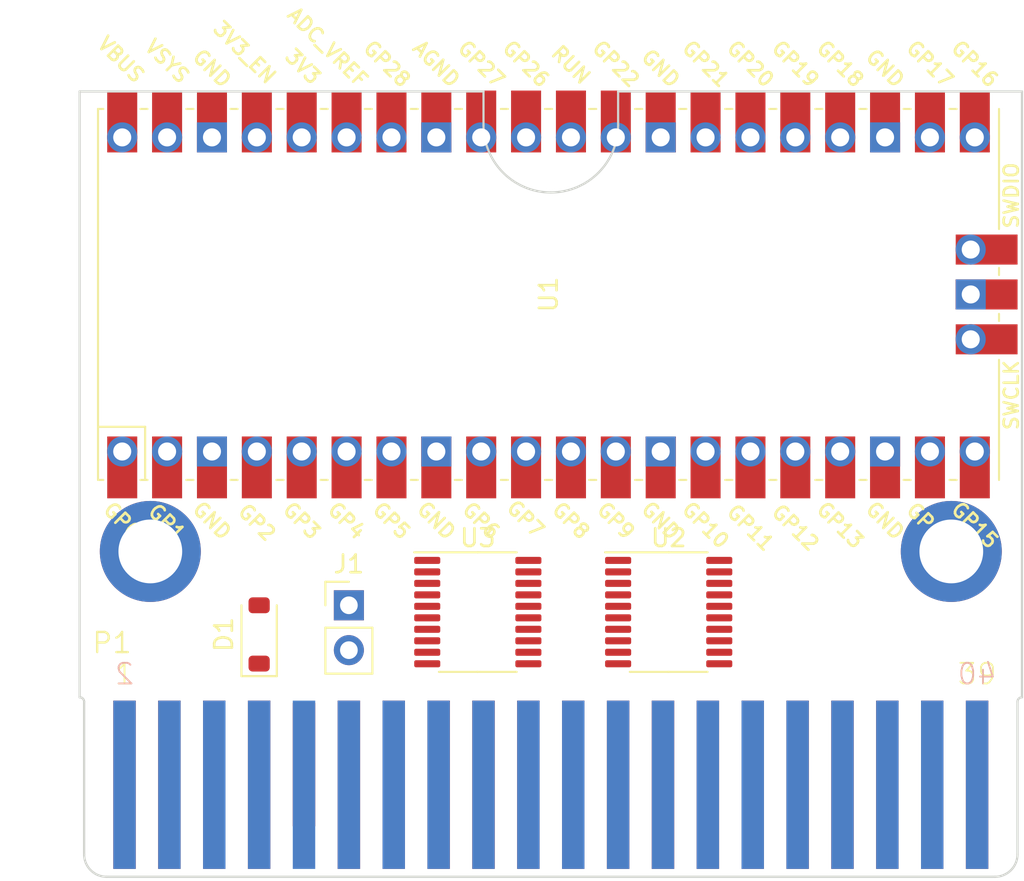
<source format=kicad_pcb>
(kicad_pcb (version 20221018) (generator pcbnew)
  (layers (0 "F.Cu" signal) (31 "B.Cu" signal) (34 "B.Paste" user) (35 "F.Paste" user) (36 "B.SilkS" user "B.Silkscreen") (37 "F.SilkS" user "F.Silkscreen") (38 "B.Mask" user) (39 "F.Mask" user) (44 "Edge.Cuts" user))
  (net 0 "")
  (net 1 "Net-(D1-K)")
  (net 2 "+5V")
  (net 3 "Net-(J1-Pin_1)")
  (net 4 "/Q_CLK")
  (net 10 "/E_CLK")
  (net 11 "/D0")
  (net 12 "/D1")
  (net 13 "/D2")
  (net 14 "/D3")
  (net 15 "/D4")
  (net 16 "/D5")
  (net 17 "/D6")
  (net 18 "/D7")
  (net 19 "/~{RW}")
  (net 20 "/A0")
  (net 21 "/A1")
  (net 22 "/A2")
  (net 23 "/A3")
  (net 34 "GND")
  (net 37 "/~{SCS}")
  (net 44 "/GPIO0")
  (net 45 "/GPIO1")
  (net 46 "/GPIO2")
  (net 47 "/GPIO3")
  (net 48 "/GPIO4")
  (net 49 "/GPIO5")
  (net 50 "/GPIO6")
  (net 51 "/GPIO7")
  (net 52 "/GPIO8")
  (net 53 "/GPIO9")
  (net 54 "/GPIO10")
  (net 55 "/GPIO11")
  (net 56 "/GPIO12")
  (net 57 "/GPIO13")
  (net 58 "/GPIO14")
  (net 59 "/GPIO15")
  (net 72 "/3V")
  (footprint "PiCoCo:COCO-CART-2.1X1.75" (layer "F.Cu") (at 124.46 101.727)
    (fp_text reference "P1" (at 0.635 -12.573) (layer "F.SilkS") (effects (font (size 1.139139 1.139139) (thickness 0.130861)) (justify left bottom)))
    (fp_text value "~" hide)
    (fp_text user "40" (at 50.8 -10.795) (layer "B.SilkS") (effects (font (size 1.1684 1.1684) (thickness 0.1016)) (justify bottom mirror)))
    (fp_text user "2" (at 2.54 -10.795) (layer "B.SilkS") (effects (font (size 1.1684 1.1684) (thickness 0.1016)) (justify bottom mirror)))
    (fp_text user "39" (at 50.8 -10.795) (layer "F.SilkS") (effects (font (size 1.1684 1.1684) (thickness 0.1016)) (justify bottom)))
    (fp_text user "1" (at 2.54 -10.795) (layer "F.SilkS") (effects (font (size 1.1684 1.1684) (thickness 0.1016)) (justify bottom)))
    (fp_line (start 0 -44.45) (end 0 -10.16) (stroke (width 0.127)) (layer "Edge.Cuts"))
    (fp_line (start 0.254 -9.906) (end 0.254 -1.27) (stroke (width 0.127)) (layer "Edge.Cuts"))
    (fp_line (start 1.524 0) (end 51.816 0) (stroke (width 0.127)) (layer "Edge.Cuts"))
    (fp_line (start 22.86 -44.45) (end 0 -44.45) (stroke (width 0.127)) (layer "Edge.Cuts"))
    (fp_line (start 22.86 -42.545) (end 22.86 -44.45) (stroke (width 0.127)) (layer "Edge.Cuts"))
    (fp_line (start 30.48 -44.45) (end 30.48 -42.545) (stroke (width 0.127)) (layer "Edge.Cuts"))
    (fp_line (start 53.086 -1.27) (end 53.086 -9.906) (stroke (width 0.127)) (layer "Edge.Cuts"))
    (fp_line (start 53.34 -44.45) (end 30.48 -44.45) (stroke (width 0.127)) (layer "Edge.Cuts"))
    (fp_line (start 53.34 -10.16) (end 53.34 -44.45) (stroke (width 0.127)) (layer "Edge.Cuts"))
    (fp_arc (start 0 -10.16) (mid 0.179605 -10.085605) (end 0.254 -9.906) (stroke (width 0.127)) (layer "Edge.Cuts"))
    (fp_arc (start 1.524 0) (mid 0.625974 -0.371974) (end 0.254 -1.27) (stroke (width 0.127)) (layer "Edge.Cuts"))
    (fp_arc (start 26.67 -38.735) (mid 23.975923 -39.850923) (end 22.86 -42.545) (stroke (width 0.127)) (layer "Edge.Cuts"))
    (fp_arc (start 30.48 -42.545) (mid 29.364077 -39.850923) (end 26.67 -38.735) (stroke (width 0.127)) (layer "Edge.Cuts"))
    (fp_arc (start 53.086 -9.906) (mid 53.160395 -10.085605) (end 53.34 -10.16) (stroke (width 0.127)) (layer "Edge.Cuts"))
    (fp_arc (start 53.086 -1.27) (mid 52.714026 -0.371974) (end 51.816 0) (stroke (width 0.127)) (layer "Edge.Cuts"))
    (pad "1" smd rect (at 2.54 -5.207) (size 1.27 9.525) (layers "F.Cu" "F.Mask"))
    (pad "2" smd rect (at 2.54 -5.207) (size 1.27 9.525) (layers "B.Cu" "B.Mask"))
    (pad "3" smd rect (at 5.08 -5.207) (size 1.27 9.525) (layers "F.Cu" "F.Mask"))
    (pad "4" smd rect (at 5.08 -5.207) (size 1.27 9.525) (layers "B.Cu" "B.Mask"))
    (pad "5" smd rect (at 7.62 -5.207) (size 1.27 9.525) (layers "F.Cu" "F.Mask"))
    (pad "6" smd rect (at 7.62 -5.207) (size 1.27 9.525) (layers "B.Cu" "B.Mask") (net 10 "/E_CLK"))
    (pad "7" smd rect (at 10.16 -5.207) (size 1.27 9.525) (layers "F.Cu" "F.Mask") (net 4 "/Q_CLK"))
    (pad "8" smd rect (at 10.16 -5.207) (size 1.27 9.525) (layers "B.Cu" "B.Mask") (net 3 "Net-(J1-Pin_1)"))
    (pad "9" smd rect (at 12.7 -6.35) (size 1.27 6.985) (layers "F.Cu" "F.Mask") (net 2 "+5V"))
    (pad "10" smd rect (at 12.7 -5.207) (size 1.27 9.525) (layers "B.Cu" "B.Mask") (net 11 "/D0"))
    (pad "11" smd rect (at 15.24 -5.207) (size 1.27 9.525) (layers "F.Cu" "F.Mask") (net 12 "/D1"))
    (pad "12" smd rect (at 15.24 -5.207) (size 1.27 9.525) (layers "B.Cu" "B.Mask") (net 13 "/D2"))
    (pad "13" smd rect (at 17.78 -5.207) (size 1.27 9.525) (layers "F.Cu" "F.Mask") (net 14 "/D3"))
    (pad "14" smd rect (at 17.78 -5.207) (size 1.27 9.525) (layers "B.Cu" "B.Mask") (net 15 "/D4"))
    (pad "15" smd rect (at 20.32 -5.207) (size 1.27 9.525) (layers "F.Cu" "F.Mask") (net 16 "/D5"))
    (pad "16" smd rect (at 20.32 -5.207) (size 1.27 9.525) (layers "B.Cu" "B.Mask") (net 17 "/D6"))
    (pad "17" smd rect (at 22.86 -5.207) (size 1.27 9.525) (layers "F.Cu" "F.Mask") (net 18 "/D7"))
    (pad "18" smd rect (at 22.86 -5.207) (size 1.27 9.525) (layers "B.Cu" "B.Mask") (net 19 "/~{RW}"))
    (pad "19" smd rect (at 25.4 -5.207) (size 1.27 9.525) (layers "F.Cu" "F.Mask") (net 20 "/A0"))
    (pad "20" smd rect (at 25.4 -5.207) (size 1.27 9.525) (layers "B.Cu" "B.Mask") (net 21 "/A1"))
    (pad "21" smd rect (at 27.94 -5.207) (size 1.27 9.525) (layers "F.Cu" "F.Mask") (net 22 "/A2"))
    (pad "22" smd rect (at 27.94 -5.207) (size 1.27 9.525) (layers "B.Cu" "B.Mask") (net 23 "/A3"))
    (pad "23" smd rect (at 30.48 -5.207) (size 1.27 9.525) (layers "F.Cu" "F.Mask"))
    (pad "24" smd rect (at 30.48 -5.207) (size 1.27 9.525) (layers "B.Cu" "B.Mask"))
    (pad "25" smd rect (at 33.02 -5.207) (size 1.27 9.525) (layers "F.Cu" "F.Mask"))
    (pad "26" smd rect (at 33.02 -5.207) (size 1.27 9.525) (layers "B.Cu" "B.Mask"))
    (pad "27" smd rect (at 35.56 -5.207) (size 1.27 9.525) (layers "F.Cu" "F.Mask"))
    (pad "28" smd rect (at 35.56 -5.207) (size 1.27 9.525) (layers "B.Cu" "B.Mask"))
    (pad "29" smd rect (at 38.1 -5.207) (size 1.27 9.525) (layers "F.Cu" "F.Mask"))
    (pad "30" smd rect (at 38.1 -5.207) (size 1.27 9.525) (layers "B.Cu" "B.Mask"))
    (pad "31" smd rect (at 40.64 -5.207) (size 1.27 9.525) (layers "F.Cu" "F.Mask"))
    (pad "32" smd rect (at 40.64 -5.207) (size 1.27 9.525) (layers "B.Cu" "B.Mask"))
    (pad "33" smd rect (at 43.18 -5.207) (size 1.27 9.525) (layers "F.Cu" "F.Mask") (net 34 "GND"))
    (pad "34" smd rect (at 43.18 -5.207) (size 1.27 9.525) (layers "B.Cu" "B.Mask"))
    (pad "35" smd rect (at 45.72 -5.207) (size 1.27 9.525) (layers "F.Cu" "F.Mask"))
    (pad "36" smd rect (at 45.72 -5.207) (size 1.27 9.525) (layers "B.Cu" "B.Mask") (net 37 "/~{SCS}"))
    (pad "37" smd rect (at 48.26 -5.207) (size 1.27 9.525) (layers "F.Cu" "F.Mask"))
    (pad "38" smd rect (at 48.26 -5.207) (size 1.27 9.525) (layers "B.Cu" "B.Mask"))
    (pad "39" smd rect (at 50.8 -5.207) (size 1.27 9.525) (layers "F.Cu" "F.Mask"))
    (pad "40" smd rect (at 50.8 -5.207) (size 1.27 9.525) (layers "B.Cu" "B.Mask"))
    (pad "MTG1" thru_hole circle (at 4.0005 -18.415) (size 5.715 5.715) (drill 3.6068) (layers "*.Cu" "*.Mask"))
    (pad "MTG2" thru_hole circle (at 49.3395 -18.415) (size 5.715 5.715) (drill 3.6068) (layers "*.Cu" "*.Mask"))
  )
  (footprint "Package_SO:TSSOP-20_4.4x6.5mm_P0.65mm" (layer "F.Cu") (at 146.9975 86.745)
    (fp_text reference "U3" (at 0 -4.2) (layer "F.SilkS"))
    (fp_text value "74HC244")
    (fp_line (start 0 -3.385) (end -3.6 -3.385) (stroke (width 0.12)) (layer "F.SilkS"))
    (fp_line (start 0 -3.385) (end 2.2 -3.385) (stroke (width 0.12)) (layer "F.SilkS"))
    (fp_line (start 0 3.385) (end -2.2 3.385) (stroke (width 0.12)) (layer "F.SilkS"))
    (fp_line (start 0 3.385) (end 2.2 3.385) (stroke (width 0.12)) (layer "F.SilkS"))
    (pad "1" smd roundrect (at -2.8625 -2.925) (size 1.475 0.4) (layers "F.Cu" "F.Paste" "F.Mask") (net 34 "GND"))
    (pad "2" smd roundrect (at -2.8625 -2.275) (size 1.475 0.4) (layers "F.Cu" "F.Paste" "F.Mask") (net 11 "/D0"))
    (pad "3" smd roundrect (at -2.8625 -1.625) (size 1.475 0.4) (layers "F.Cu" "F.Paste" "F.Mask") (net 48 "/GPIO4"))
    (pad "4" smd roundrect (at -2.8625 -0.975) (size 1.475 0.4) (layers "F.Cu" "F.Paste" "F.Mask") (net 12 "/D1"))
    (pad "5" smd roundrect (at -2.8625 -0.325) (size 1.475 0.4) (layers "F.Cu" "F.Paste" "F.Mask") (net 49 "/GPIO5"))
    (pad "6" smd roundrect (at -2.8625 0.325) (size 1.475 0.4) (layers "F.Cu" "F.Paste" "F.Mask") (net 13 "/D2"))
    (pad "7" smd roundrect (at -2.8625 0.975) (size 1.475 0.4) (layers "F.Cu" "F.Paste" "F.Mask") (net 50 "/GPIO6"))
    (pad "8" smd roundrect (at -2.8625 1.625) (size 1.475 0.4) (layers "F.Cu" "F.Paste" "F.Mask") (net 14 "/D3"))
    (pad "9" smd roundrect (at -2.8625 2.275) (size 1.475 0.4) (layers "F.Cu" "F.Paste" "F.Mask") (net 51 "/GPIO7"))
    (pad "10" smd roundrect (at -2.8625 2.925) (size 1.475 0.4) (layers "F.Cu" "F.Paste" "F.Mask") (net 34 "GND"))
    (pad "11" smd roundrect (at 2.8625 2.925) (size 1.475 0.4) (layers "F.Cu" "F.Paste" "F.Mask") (net 18 "/D7"))
    (pad "12" smd roundrect (at 2.8625 2.275) (size 1.475 0.4) (layers "F.Cu" "F.Paste" "F.Mask") (net 47 "/GPIO3"))
    (pad "13" smd roundrect (at 2.8625 1.625) (size 1.475 0.4) (layers "F.Cu" "F.Paste" "F.Mask") (net 17 "/D6"))
    (pad "14" smd roundrect (at 2.8625 0.975) (size 1.475 0.4) (layers "F.Cu" "F.Paste" "F.Mask") (net 46 "/GPIO2"))
    (pad "15" smd roundrect (at 2.8625 0.325) (size 1.475 0.4) (layers "F.Cu" "F.Paste" "F.Mask") (net 16 "/D5"))
    (pad "16" smd roundrect (at 2.8625 -0.325) (size 1.475 0.4) (layers "F.Cu" "F.Paste" "F.Mask") (net 45 "/GPIO1"))
    (pad "17" smd roundrect (at 2.8625 -0.975) (size 1.475 0.4) (layers "F.Cu" "F.Paste" "F.Mask") (net 15 "/D4"))
    (pad "18" smd roundrect (at 2.8625 -1.625) (size 1.475 0.4) (layers "F.Cu" "F.Paste" "F.Mask") (net 44 "/GPIO0"))
    (pad "19" smd roundrect (at 2.8625 -2.275) (size 1.475 0.4) (layers "F.Cu" "F.Paste" "F.Mask") (net 34 "GND"))
    (pad "20" smd roundrect (at 2.8625 -2.925) (size 1.475 0.4) (layers "F.Cu" "F.Paste" "F.Mask") (net 72 "/3V"))
  )
  (footprint "Package_SO:TSSOP-20_4.4x6.5mm_P0.65mm" (layer "F.Cu") (at 157.8025 86.745)
    (fp_text reference "U2" (at 0 -4.2) (layer "F.SilkS"))
    (fp_text value "74HC244")
    (fp_line (start 0 -3.385) (end -3.6 -3.385) (stroke (width 0.12)) (layer "F.SilkS"))
    (fp_line (start 0 -3.385) (end 2.2 -3.385) (stroke (width 0.12)) (layer "F.SilkS"))
    (fp_line (start 0 3.385) (end -2.2 3.385) (stroke (width 0.12)) (layer "F.SilkS"))
    (fp_line (start 0 3.385) (end 2.2 3.385) (stroke (width 0.12)) (layer "F.SilkS"))
    (pad "1" smd roundrect (at -2.8625 -2.925) (size 1.475 0.4) (layers "F.Cu" "F.Paste" "F.Mask") (net 34 "GND"))
    (pad "2" smd roundrect (at -2.8625 -2.275) (size 1.475 0.4) (layers "F.Cu" "F.Paste" "F.Mask") (net 37 "/~{SCS}"))
    (pad "3" smd roundrect (at -2.8625 -1.625) (size 1.475 0.4) (layers "F.Cu" "F.Paste" "F.Mask") (net 56 "/GPIO12"))
    (pad "4" smd roundrect (at -2.8625 -0.975) (size 1.475 0.4) (layers "F.Cu" "F.Paste" "F.Mask") (net 4 "/Q_CLK"))
    (pad "5" smd roundrect (at -2.8625 -0.325) (size 1.475 0.4) (layers "F.Cu" "F.Paste" "F.Mask") (net 57 "/GPIO13"))
    (pad "6" smd roundrect (at -2.8625 0.325) (size 1.475 0.4) (layers "F.Cu" "F.Paste" "F.Mask") (net 10 "/E_CLK"))
    (pad "7" smd roundrect (at -2.8625 0.975) (size 1.475 0.4) (layers "F.Cu" "F.Paste" "F.Mask") (net 58 "/GPIO14"))
    (pad "8" smd roundrect (at -2.8625 1.625) (size 1.475 0.4) (layers "F.Cu" "F.Paste" "F.Mask") (net 19 "/~{RW}"))
    (pad "9" smd roundrect (at -2.8625 2.275) (size 1.475 0.4) (layers "F.Cu" "F.Paste" "F.Mask") (net 59 "/GPIO15"))
    (pad "10" smd roundrect (at -2.8625 2.925) (size 1.475 0.4) (layers "F.Cu" "F.Paste" "F.Mask") (net 34 "GND"))
    (pad "11" smd roundrect (at 2.8625 2.925) (size 1.475 0.4) (layers "F.Cu" "F.Paste" "F.Mask") (net 23 "/A3"))
    (pad "12" smd roundrect (at 2.8625 2.275) (size 1.475 0.4) (layers "F.Cu" "F.Paste" "F.Mask") (net 55 "/GPIO11"))
    (pad "13" smd roundrect (at 2.8625 1.625) (size 1.475 0.4) (layers "F.Cu" "F.Paste" "F.Mask") (net 22 "/A2"))
    (pad "14" smd roundrect (at 2.8625 0.975) (size 1.475 0.4) (layers "F.Cu" "F.Paste" "F.Mask") (net 54 "/GPIO10"))
    (pad "15" smd roundrect (at 2.8625 0.325) (size 1.475 0.4) (layers "F.Cu" "F.Paste" "F.Mask") (net 21 "/A1"))
    (pad "16" smd roundrect (at 2.8625 -0.325) (size 1.475 0.4) (layers "F.Cu" "F.Paste" "F.Mask") (net 53 "/GPIO9"))
    (pad "17" smd roundrect (at 2.8625 -0.975) (size 1.475 0.4) (layers "F.Cu" "F.Paste" "F.Mask") (net 20 "/A0"))
    (pad "18" smd roundrect (at 2.8625 -1.625) (size 1.475 0.4) (layers "F.Cu" "F.Paste" "F.Mask") (net 52 "/GPIO8"))
    (pad "19" smd roundrect (at 2.8625 -2.275) (size 1.475 0.4) (layers "F.Cu" "F.Paste" "F.Mask") (net 34 "GND"))
    (pad "20" smd roundrect (at 2.8625 -2.925) (size 1.475 0.4) (layers "F.Cu" "F.Paste" "F.Mask") (net 72 "/3V"))
  )
  (footprint "Connector_PinHeader_2.54mm:PinHeader_1x02_P2.54mm_Vertical" (layer "F.Cu") (at 139.7 86.36)
    (fp_text reference "J1" (at 0 -2.33) (layer "F.SilkS"))
    (fp_text value "Conn_01x02_Pin")
    (fp_line (start -1.33 -1.33) (end 0 -1.33) (stroke (width 0.12)) (layer "F.SilkS"))
    (fp_line (start -1.33 0) (end -1.33 -1.33) (stroke (width 0.12)) (layer "F.SilkS"))
    (fp_line (start -1.33 1.27) (end -1.33 3.87) (stroke (width 0.12)) (layer "F.SilkS"))
    (fp_line (start -1.33 1.27) (end 1.33 1.27) (stroke (width 0.12)) (layer "F.SilkS"))
    (fp_line (start -1.33 3.87) (end 1.33 3.87) (stroke (width 0.12)) (layer "F.SilkS"))
    (fp_line (start 1.33 1.27) (end 1.33 3.87) (stroke (width 0.12)) (layer "F.SilkS"))
    (pad "1" thru_hole rect (at 0 0) (size 1.7 1.7) (drill 1) (layers "*.Cu" "*.Mask") (net 3 "Net-(J1-Pin_1)"))
    (pad "2" thru_hole oval (at 0 2.54) (size 1.7 1.7) (drill 1) (layers "*.Cu" "*.Mask") (net 4 "/Q_CLK"))
  )
  (footprint "PiCoCo:RPi_Pico_SMD_TH" (layer "F.Cu") (at 151 68.765 90)
    (fp_text reference "U1" (at 0 0 90) (layer "F.SilkS"))
    (fp_text value "Pico")
    (fp_text user "GP7" (at -12.7 -1.3 135) (layer "F.SilkS") (effects (font (size 0.8 0.8))))
    (fp_text user "GP27" (at 13.054 -3.8 135) (layer "F.SilkS") (effects (font (size 0.8 0.8))))
    (fp_text user "GP5" (at -12.8 -8.89 135) (layer "F.SilkS") (effects (font (size 0.8 0.8))))
    (fp_text user "GP0" (at -12.8 -24.13 135) (layer "F.SilkS") (effects (font (size 0.8 0.8))))
    (fp_text user "GND" (at 12.8 19.05 135) (layer "F.SilkS") (effects (font (size 0.8 0.8))))
    (fp_text user "GP10" (at -13.054 8.89 135) (layer "F.SilkS") (effects (font (size 0.8 0.8))))
    (fp_text user "GND" (at 12.8 6.35 135) (layer "F.SilkS") (effects (font (size 0.8 0.8))))
    (fp_text user "3V3" (at 12.9 -13.9 135) (layer "F.SilkS") (effects (font (size 0.8 0.8))))
    (fp_text user "RUN" (at 13 1.27 135) (layer "F.SilkS") (effects (font (size 0.8 0.8))))
    (fp_text user "GP11" (at -13.2 11.43 135) (layer "F.SilkS") (effects (font (size 0.8 0.8))))
    (fp_text user "GP3" (at -12.8 -13.97 135) (layer "F.SilkS") (effects (font (size 0.8 0.8))))
    (fp_text user "GND" (at -12.8 19.05 135) (layer "F.SilkS") (effects (font (size 0.8 0.8))))
    (fp_text user "GP22" (at 13.054 3.81 135) (layer "F.SilkS") (effects (font (size 0.8 0.8))))
    (fp_text user "ADC_VREF" (at 14 -12.5 135) (layer "F.SilkS") (effects (font (size 0.8 0.8))))
    (fp_text user "GP18" (at 13.054 16.51 135) (layer "F.SilkS") (effects (font (size 0.8 0.8))))
    (fp_text user "VBUS" (at 13.3 -24.2 135) (layer "F.SilkS") (effects (font (size 0.8 0.8))))
    (fp_text user "SWDIO" (at 5.6 26.2 90) (layer "F.SilkS") (effects (font (size 0.8 0.8))))
    (fp_text user "GP14" (at -13.1 21.59 135) (layer "F.SilkS") (effects (font (size 0.8 0.8))))
    (fp_text user "GND" (at -12.8 6.35 135) (layer "F.SilkS") (effects (font (size 0.8 0.8))))
    (fp_text user "GP20" (at 13.054 11.43 135) (layer "F.SilkS") (effects (font (size 0.8 0.8))))
    (fp_text user "GND" (at -12.8 -6.35 135) (layer "F.SilkS") (effects (font (size 0.8 0.8))))
    (fp_text user "GP9" (at -12.8 3.81 135) (layer "F.SilkS") (effects (font (size 0.8 0.8))))
    (fp_text user "3V3_EN" (at 13.7 -17.2 135) (layer "F.SilkS") (effects (font (size 0.8 0.8))))
    (fp_text user "GP21" (at 13.054 8.9 135) (layer "F.SilkS") (effects (font (size 0.8 0.8))))
    (fp_text user "GP16" (at 13.054 24.13 135) (layer "F.SilkS") (effects (font (size 0.8 0.8))))
    (fp_text user "GP19" (at 13.054 13.97 135) (layer "F.SilkS") (effects (font (size 0.8 0.8))))
    (fp_text user "GP4" (at -12.8 -11.43 135) (layer "F.SilkS") (effects (font (size 0.8 0.8))))
    (fp_text user "GP8" (at -12.8 1.27 135) (layer "F.SilkS") (effects (font (size 0.8 0.8))))
    (fp_text user "GP15" (at -13.054 24.13 135) (layer "F.SilkS") (effects (font (size 0.8 0.8))))
    (fp_text user "GP28" (at 13.054 -9.144 135) (layer "F.SilkS") (effects (font (size 0.8 0.8))))
    (fp_text user "GP26" (at 13.054 -1.27 135) (layer "F.SilkS") (effects (font (size 0.8 0.8))))
    (fp_text user "GP6" (at -12.8 -3.81 135) (layer "F.SilkS") (effects (font (size 0.8 0.8))))
    (fp_text user "AGND" (at 13.054 -6.35 135) (layer "F.SilkS") (effects (font (size 0.8 0.8))))
    (fp_text user "GP17" (at 13.054 21.59 135) (layer "F.SilkS") (effects (font (size 0.8 0.8))))
    (fp_text user "VSYS" (at 13.2 -21.59 135) (layer "F.SilkS") (effects (font (size 0.8 0.8))))
    (fp_text user "SWCLK" (at -5.7 26.2 90) (layer "F.SilkS") (effects (font (size 0.8 0.8))))
    (fp_text user "GP1" (at -12.9 -21.6 135) (layer "F.SilkS") (effects (font (size 0.8 0.8))))
    (fp_text user "GP12" (at -13.2 13.97 135) (layer "F.SilkS") (effects (font (size 0.8 0.8))))
    (fp_text user "GP2" (at -12.9 -16.51 135) (layer "F.SilkS") (effects (font (size 0.8 0.8))))
    (fp_text user "GP13" (at -13.054 16.51 135) (layer "F.SilkS") (effects (font (size 0.8 0.8))))
    (fp_text user "GND" (at -12.8 -19.05 135) (layer "F.SilkS") (effects (font (size 0.8 0.8))))
    (fp_text user "GND" (at 12.8 -19.05 135) (layer "F.SilkS") (effects (font (size 0.8 0.8))))
    (fp_line (start -10.5 -25.5) (end -10.5 -25.2) (stroke (width 0.12)) (layer "F.SilkS"))
    (fp_line (start -10.5 -25.5) (end 10.5 -25.5) (stroke (width 0.12)) (layer "F.SilkS"))
    (fp_line (start -10.5 -23.1) (end -10.5 -22.7) (stroke (width 0.12)) (layer "F.SilkS"))
    (fp_line (start -10.5 -22.833) (end -7.493 -22.833) (stroke (width 0.12)) (layer "F.SilkS"))
    (fp_line (start -10.5 -20.5) (end -10.5 -20.1) (stroke (width 0.12)) (layer "F.SilkS"))
    (fp_line (start -10.5 -18) (end -10.5 -17.6) (stroke (width 0.12)) (layer "F.SilkS"))
    (fp_line (start -10.5 -15.4) (end -10.5 -15) (stroke (width 0.12)) (layer "F.SilkS"))
    (fp_line (start -10.5 -12.9) (end -10.5 -12.5) (stroke (width 0.12)) (layer "F.SilkS"))
    (fp_line (start -10.5 -10.4) (end -10.5 -10) (stroke (width 0.12)) (layer "F.SilkS"))
    (fp_line (start -10.5 -7.8) (end -10.5 -7.4) (stroke (width 0.12)) (layer "F.SilkS"))
    (fp_line (start -10.5 -5.3) (end -10.5 -4.9) (stroke (width 0.12)) (layer "F.SilkS"))
    (fp_line (start -10.5 -2.7) (end -10.5 -2.3) (stroke (width 0.12)) (layer "F.SilkS"))
    (fp_line (start -10.5 -0.2) (end -10.5 0.2) (stroke (width 0.12)) (layer "F.SilkS"))
    (fp_line (start -10.5 2.3) (end -10.5 2.7) (stroke (width 0.12)) (layer "F.SilkS"))
    (fp_line (start -10.5 4.9) (end -10.5 5.3) (stroke (width 0.12)) (layer "F.SilkS"))
    (fp_line (start -10.5 7.4) (end -10.5 7.8) (stroke (width 0.12)) (layer "F.SilkS"))
    (fp_line (start -10.5 10) (end -10.5 10.4) (stroke (width 0.12)) (layer "F.SilkS"))
    (fp_line (start -10.5 12.5) (end -10.5 12.9) (stroke (width 0.12)) (layer "F.SilkS"))
    (fp_line (start -10.5 15.1) (end -10.5 15.5) (stroke (width 0.12)) (layer "F.SilkS"))
    (fp_line (start -10.5 17.6) (end -10.5 18) (stroke (width 0.12)) (layer "F.SilkS"))
    (fp_line (start -10.5 20.1) (end -10.5 20.5) (stroke (width 0.12)) (layer "F.SilkS"))
    (fp_line (start -10.5 22.7) (end -10.5 23.1) (stroke (width 0.12)) (layer "F.SilkS"))
    (fp_line (start -7.493 -22.833) (end -7.493 -25.5) (stroke (width 0.12)) (layer "F.SilkS"))
    (fp_line (start -3.7 25.5) (end -10.5 25.5) (stroke (width 0.12)) (layer "F.SilkS"))
    (fp_line (start -1.5 25.5) (end -1.1 25.5) (stroke (width 0.12)) (layer "F.SilkS"))
    (fp_line (start 1.1 25.5) (end 1.5 25.5) (stroke (width 0.12)) (layer "F.SilkS"))
    (fp_line (start 10.5 -25.5) (end 10.5 -25.2) (stroke (width 0.12)) (layer "F.SilkS"))
    (fp_line (start 10.5 -23.1) (end 10.5 -22.7) (stroke (width 0.12)) (layer "F.SilkS"))
    (fp_line (start 10.5 -20.5) (end 10.5 -20.1) (stroke (width 0.12)) (layer "F.SilkS"))
    (fp_line (start 10.5 -18) (end 10.5 -17.6) (stroke (width 0.12)) (layer "F.SilkS"))
    (fp_line (start 10.5 -15.4) (end 10.5 -15) (stroke (width 0.12)) (layer "F.SilkS"))
    (fp_line (start 10.5 -12.9) (end 10.5 -12.5) (stroke (width 0.12)) (layer "F.SilkS"))
    (fp_line (start 10.5 -10.4) (end 10.5 -10) (stroke (width 0.12)) (layer "F.SilkS"))
    (fp_line (start 10.5 -7.8) (end 10.5 -7.4) (stroke (width 0.12)) (layer "F.SilkS"))
    (fp_line (start 10.5 -5.3) (end 10.5 -4.9) (stroke (width 0.12)) (layer "F.SilkS"))
    (fp_line (start 10.5 -2.7) (end 10.5 -2.3) (stroke (width 0.12)) (layer "F.SilkS"))
    (fp_line (start 10.5 -0.2) (end 10.5 0.2) (stroke (width 0.12)) (layer "F.SilkS"))
    (fp_line (start 10.5 2.3) (end 10.5 2.7) (stroke (width 0.12)) (layer "F.SilkS"))
    (fp_line (start 10.5 4.9) (end 10.5 5.3) (stroke (width 0.12)) (layer "F.SilkS"))
    (fp_line (start 10.5 7.4) (end 10.5 7.8) (stroke (width 0.12)) (layer "F.SilkS"))
    (fp_line (start 10.5 10) (end 10.5 10.4) (stroke (width 0.12)) (layer "F.SilkS"))
    (fp_line (start 10.5 12.5) (end 10.5 12.9) (stroke (width 0.12)) (layer "F.SilkS"))
    (fp_line (start 10.5 15.1) (end 10.5 15.5) (stroke (width 0.12)) (layer "F.SilkS"))
    (fp_line (start 10.5 17.6) (end 10.5 18) (stroke (width 0.12)) (layer "F.SilkS"))
    (fp_line (start 10.5 20.1) (end 10.5 20.5) (stroke (width 0.12)) (layer "F.SilkS"))
    (fp_line (start 10.5 22.7) (end 10.5 23.1) (stroke (width 0.12)) (layer "F.SilkS"))
    (fp_line (start 10.5 25.5) (end 3.7 25.5) (stroke (width 0.12)) (layer "F.SilkS"))
    (pad "" np_thru_hole oval (at -2.725 -24 90) (size 1.8 1.8) (drill 1.8) (layers "*.Cu" "*.Mask"))
    (pad "" np_thru_hole oval (at -2.425 -20.97 90) (size 1.5 1.5) (drill 1.5) (layers "*.Cu" "*.Mask"))
    (pad "" np_thru_hole oval (at 2.425 -20.97 90) (size 1.5 1.5) (drill 1.5) (layers "*.Cu" "*.Mask"))
    (pad "" np_thru_hole oval (at 2.725 -24 90) (size 1.8 1.8) (drill 1.8) (layers "*.Cu" "*.Mask"))
    (pad "1" thru_hole oval (at -8.89 -24.13 90) (size 1.7 1.7) (drill 1.02) (layers "*.Cu" "*.Mask") (net 44 "/GPIO0"))
    (pad "1" smd rect (at -8.89 -24.13 90) (size 3.5 1.7) (drill (offset -0.9 0)) (layers "F.Cu" "F.Mask") (net 44 "/GPIO0"))
    (pad "2" thru_hole oval (at -8.89 -21.59 90) (size 1.7 1.7) (drill 1.02) (layers "*.Cu" "*.Mask") (net 45 "/GPIO1"))
    (pad "2" smd rect (at -8.89 -21.59 90) (size 3.5 1.7) (drill (offset -0.9 0)) (layers "F.Cu" "F.Mask") (net 45 "/GPIO1"))
    (pad "3" thru_hole rect (at -8.89 -19.05 90) (size 1.7 1.7) (drill 1.02) (layers "*.Cu" "*.Mask") (net 34 "GND"))
    (pad "3" smd rect (at -8.89 -19.05 90) (size 3.5 1.7) (drill (offset -0.9 0)) (layers "F.Cu" "F.Mask") (net 34 "GND"))
    (pad "4" thru_hole oval (at -8.89 -16.51 90) (size 1.7 1.7) (drill 1.02) (layers "*.Cu" "*.Mask") (net 46 "/GPIO2"))
    (pad "4" smd rect (at -8.89 -16.51 90) (size 3.5 1.7) (drill (offset -0.9 0)) (layers "F.Cu" "F.Mask") (net 46 "/GPIO2"))
    (pad "5" thru_hole oval (at -8.89 -13.97 90) (size 1.7 1.7) (drill 1.02) (layers "*.Cu" "*.Mask") (net 47 "/GPIO3"))
    (pad "5" smd rect (at -8.89 -13.97 90) (size 3.5 1.7) (drill (offset -0.9 0)) (layers "F.Cu" "F.Mask") (net 47 "/GPIO3"))
    (pad "6" thru_hole oval (at -8.89 -11.43 90) (size 1.7 1.7) (drill 1.02) (layers "*.Cu" "*.Mask") (net 48 "/GPIO4"))
    (pad "6" smd rect (at -8.89 -11.43 90) (size 3.5 1.7) (drill (offset -0.9 0)) (layers "F.Cu" "F.Mask") (net 48 "/GPIO4"))
    (pad "7" thru_hole oval (at -8.89 -8.89 90) (size 1.7 1.7) (drill 1.02) (layers "*.Cu" "*.Mask") (net 49 "/GPIO5"))
    (pad "7" smd rect (at -8.89 -8.89 90) (size 3.5 1.7) (drill (offset -0.9 0)) (layers "F.Cu" "F.Mask") (net 49 "/GPIO5"))
    (pad "8" thru_hole rect (at -8.89 -6.35 90) (size 1.7 1.7) (drill 1.02) (layers "*.Cu" "*.Mask") (net 34 "GND"))
    (pad "8" smd rect (at -8.89 -6.35 90) (size 3.5 1.7) (drill (offset -0.9 0)) (layers "F.Cu" "F.Mask") (net 34 "GND"))
    (pad "9" thru_hole oval (at -8.89 -3.81 90) (size 1.7 1.7) (drill 1.02) (layers "*.Cu" "*.Mask") (net 50 "/GPIO6"))
    (pad "9" smd rect (at -8.89 -3.81 90) (size 3.5 1.7) (drill (offset -0.9 0)) (layers "F.Cu" "F.Mask") (net 50 "/GPIO6"))
    (pad "10" thru_hole oval (at -8.89 -1.27 90) (size 1.7 1.7) (drill 1.02) (layers "*.Cu" "*.Mask") (net 51 "/GPIO7"))
    (pad "10" smd rect (at -8.89 -1.27 90) (size 3.5 1.7) (drill (offset -0.9 0)) (layers "F.Cu" "F.Mask") (net 51 "/GPIO7"))
    (pad "11" thru_hole oval (at -8.89 1.27 90) (size 1.7 1.7) (drill 1.02) (layers "*.Cu" "*.Mask") (net 52 "/GPIO8"))
    (pad "11" smd rect (at -8.89 1.27 90) (size 3.5 1.7) (drill (offset -0.9 0)) (layers "F.Cu" "F.Mask") (net 52 "/GPIO8"))
    (pad "12" thru_hole oval (at -8.89 3.81 90) (size 1.7 1.7) (drill 1.02) (layers "*.Cu" "*.Mask") (net 53 "/GPIO9"))
    (pad "12" smd rect (at -8.89 3.81 90) (size 3.5 1.7) (drill (offset -0.9 0)) (layers "F.Cu" "F.Mask") (net 53 "/GPIO9"))
    (pad "13" thru_hole rect (at -8.89 6.35 90) (size 1.7 1.7) (drill 1.02) (layers "*.Cu" "*.Mask") (net 34 "GND"))
    (pad "13" smd rect (at -8.89 6.35 90) (size 3.5 1.7) (drill (offset -0.9 0)) (layers "F.Cu" "F.Mask") (net 34 "GND"))
    (pad "14" thru_hole oval (at -8.89 8.89 90) (size 1.7 1.7) (drill 1.02) (layers "*.Cu" "*.Mask") (net 54 "/GPIO10"))
    (pad "14" smd rect (at -8.89 8.89 90) (size 3.5 1.7) (drill (offset -0.9 0)) (layers "F.Cu" "F.Mask") (net 54 "/GPIO10"))
    (pad "15" thru_hole oval (at -8.89 11.43 90) (size 1.7 1.7) (drill 1.02) (layers "*.Cu" "*.Mask") (net 55 "/GPIO11"))
    (pad "15" smd rect (at -8.89 11.43 90) (size 3.5 1.7) (drill (offset -0.9 0)) (layers "F.Cu" "F.Mask") (net 55 "/GPIO11"))
    (pad "16" thru_hole oval (at -8.89 13.97 90) (size 1.7 1.7) (drill 1.02) (layers "*.Cu" "*.Mask") (net 56 "/GPIO12"))
    (pad "16" smd rect (at -8.89 13.97 90) (size 3.5 1.7) (drill (offset -0.9 0)) (layers "F.Cu" "F.Mask") (net 56 "/GPIO12"))
    (pad "17" thru_hole oval (at -8.89 16.51 90) (size 1.7 1.7) (drill 1.02) (layers "*.Cu" "*.Mask") (net 57 "/GPIO13"))
    (pad "17" smd rect (at -8.89 16.51 90) (size 3.5 1.7) (drill (offset -0.9 0)) (layers "F.Cu" "F.Mask") (net 57 "/GPIO13"))
    (pad "18" thru_hole rect (at -8.89 19.05 90) (size 1.7 1.7) (drill 1.02) (layers "*.Cu" "*.Mask") (net 34 "GND"))
    (pad "18" smd rect (at -8.89 19.05 90) (size 3.5 1.7) (drill (offset -0.9 0)) (layers "F.Cu" "F.Mask") (net 34 "GND"))
    (pad "19" thru_hole oval (at -8.89 21.59 90) (size 1.7 1.7) (drill 1.02) (layers "*.Cu" "*.Mask") (net 58 "/GPIO14"))
    (pad "19" smd rect (at -8.89 21.59 90) (size 3.5 1.7) (drill (offset -0.9 0)) (layers "F.Cu" "F.Mask") (net 58 "/GPIO14"))
    (pad "20" thru_hole oval (at -8.89 24.13 90) (size 1.7 1.7) (drill 1.02) (layers "*.Cu" "*.Mask") (net 59 "/GPIO15"))
    (pad "20" smd rect (at -8.89 24.13 90) (size 3.5 1.7) (drill (offset -0.9 0)) (layers "F.Cu" "F.Mask") (net 59 "/GPIO15"))
    (pad "21" thru_hole oval (at 8.89 24.13 90) (size 1.7 1.7) (drill 1.02) (layers "*.Cu" "*.Mask"))
    (pad "21" smd rect (at 8.89 24.13 90) (size 3.5 1.7) (drill (offset 0.9 0)) (layers "F.Cu" "F.Mask"))
    (pad "22" thru_hole oval (at 8.89 21.59 90) (size 1.7 1.7) (drill 1.02) (layers "*.Cu" "*.Mask"))
    (pad "22" smd rect (at 8.89 21.59 90) (size 3.5 1.7) (drill (offset 0.9 0)) (layers "F.Cu" "F.Mask"))
    (pad "23" thru_hole rect (at 8.89 19.05 90) (size 1.7 1.7) (drill 1.02) (layers "*.Cu" "*.Mask") (net 34 "GND"))
    (pad "23" smd rect (at 8.89 19.05 90) (size 3.5 1.7) (drill (offset 0.9 0)) (layers "F.Cu" "F.Mask") (net 34 "GND"))
    (pad "24" thru_hole oval (at 8.89 16.51 90) (size 1.7 1.7) (drill 1.02) (layers "*.Cu" "*.Mask"))
    (pad "24" smd rect (at 8.89 16.51 90) (size 3.5 1.7) (drill (offset 0.9 0)) (layers "F.Cu" "F.Mask"))
    (pad "25" thru_hole oval (at 8.89 13.97 90) (size 1.7 1.7) (drill 1.02) (layers "*.Cu" "*.Mask"))
    (pad "25" smd rect (at 8.89 13.97 90) (size 3.5 1.7) (drill (offset 0.9 0)) (layers "F.Cu" "F.Mask"))
    (pad "26" thru_hole oval (at 8.89 11.43 90) (size 1.7 1.7) (drill 1.02) (layers "*.Cu" "*.Mask"))
    (pad "26" smd rect (at 8.89 11.43 90) (size 3.5 1.7) (drill (offset 0.9 0)) (layers "F.Cu" "F.Mask"))
    (pad "27" thru_hole oval (at 8.89 8.89 90) (size 1.7 1.7) (drill 1.02) (layers "*.Cu" "*.Mask"))
    (pad "27" smd rect (at 8.89 8.89 90) (size 3.5 1.7) (drill (offset 0.9 0)) (layers "F.Cu" "F.Mask"))
    (pad "28" thru_hole rect (at 8.89 6.35 90) (size 1.7 1.7) (drill 1.02) (layers "*.Cu" "*.Mask") (net 34 "GND"))
    (pad "28" smd rect (at 8.89 6.35 90) (size 3.5 1.7) (drill (offset 0.9 0)) (layers "F.Cu" "F.Mask") (net 34 "GND"))
    (pad "29" thru_hole oval (at 8.89 3.81 90) (size 1.7 1.7) (drill 1.02) (layers "*.Cu" "*.Mask"))
    (pad "29" smd rect (at 8.89 3.81 90) (size 3.5 1.7) (drill (offset 0.9 0)) (layers "F.Cu" "F.Mask"))
    (pad "30" thru_hole oval (at 8.89 1.27 90) (size 1.7 1.7) (drill 1.02) (layers "*.Cu" "*.Mask"))
    (pad "30" smd rect (at 8.89 1.27 90) (size 3.5 1.7) (drill (offset 0.9 0)) (layers "F.Cu" "F.Mask"))
    (pad "31" thru_hole oval (at 8.89 -1.27 90) (size 1.7 1.7) (drill 1.02) (layers "*.Cu" "*.Mask"))
    (pad "31" smd rect (at 8.89 -1.27 90) (size 3.5 1.7) (drill (offset 0.9 0)) (layers "F.Cu" "F.Mask"))
    (pad "32" thru_hole oval (at 8.89 -3.81 90) (size 1.7 1.7) (drill 1.02) (layers "*.Cu" "*.Mask"))
    (pad "32" smd rect (at 8.89 -3.81 90) (size 3.5 1.7) (drill (offset 0.9 0)) (layers "F.Cu" "F.Mask"))
    (pad "33" thru_hole rect (at 8.89 -6.35 90) (size 1.7 1.7) (drill 1.02) (layers "*.Cu" "*.Mask") (net 34 "GND"))
    (pad "33" smd rect (at 8.89 -6.35 90) (size 3.5 1.7) (drill (offset 0.9 0)) (layers "F.Cu" "F.Mask") (net 34 "GND"))
    (pad "34" thru_hole oval (at 8.89 -8.89 90) (size 1.7 1.7) (drill 1.02) (layers "*.Cu" "*.Mask"))
    (pad "34" smd rect (at 8.89 -8.89 90) (size 3.5 1.7) (drill (offset 0.9 0)) (layers "F.Cu" "F.Mask"))
    (pad "35" thru_hole oval (at 8.89 -11.43 90) (size 1.7 1.7) (drill 1.02) (layers "*.Cu" "*.Mask"))
    (pad "35" smd rect (at 8.89 -11.43 90) (size 3.5 1.7) (drill (offset 0.9 0)) (layers "F.Cu" "F.Mask"))
    (pad "36" thru_hole oval (at 8.89 -13.97 90) (size 1.7 1.7) (drill 1.02) (layers "*.Cu" "*.Mask") (net 72 "/3V"))
    (pad "36" smd rect (at 8.89 -13.97 90) (size 3.5 1.7) (drill (offset 0.9 0)) (layers "F.Cu" "F.Mask") (net 72 "/3V"))
    (pad "37" thru_hole oval (at 8.89 -16.51 90) (size 1.7 1.7) (drill 1.02) (layers "*.Cu" "*.Mask"))
    (pad "37" smd rect (at 8.89 -16.51 90) (size 3.5 1.7) (drill (offset 0.9 0)) (layers "F.Cu" "F.Mask"))
    (pad "38" thru_hole rect (at 8.89 -19.05 90) (size 1.7 1.7) (drill 1.02) (layers "*.Cu" "*.Mask") (net 34 "GND"))
    (pad "38" smd rect (at 8.89 -19.05 90) (size 3.5 1.7) (drill (offset 0.9 0)) (layers "F.Cu" "F.Mask") (net 34 "GND"))
    (pad "39" thru_hole oval (at 8.89 -21.59 90) (size 1.7 1.7) (drill 1.02) (layers "*.Cu" "*.Mask") (net 1 "Net-(D1-K)"))
    (pad "39" smd rect (at 8.89 -21.59 90) (size 3.5 1.7) (drill (offset 0.9 0)) (layers "F.Cu" "F.Mask") (net 1 "Net-(D1-K)"))
    (pad "40" thru_hole oval (at 8.89 -24.13 90) (size 1.7 1.7) (drill 1.02) (layers "*.Cu" "*.Mask"))
    (pad "40" smd rect (at 8.89 -24.13 90) (size 3.5 1.7) (drill (offset 0.9 0)) (layers "F.Cu" "F.Mask"))
    (pad "41" thru_hole oval (at -2.54 23.9 90) (size 1.7 1.7) (drill 1.02) (layers "*.Cu" "*.Mask"))
    (pad "41" smd rect (at -2.54 23.9 180) (size 3.5 1.7) (drill (offset -0.9 0)) (layers "F.Cu" "F.Mask"))
    (pad "42" thru_hole rect (at 0 23.9 90) (size 1.7 1.7) (drill 1.02) (layers "*.Cu" "*.Mask") (net 34 "GND"))
    (pad "42" smd rect (at 0 23.9 180) (size 3.5 1.7) (drill (offset -0.9 0)) (layers "F.Cu" "F.Mask") (net 34 "GND"))
    (pad "43" thru_hole oval (at 2.54 23.9 90) (size 1.7 1.7) (drill 1.02) (layers "*.Cu" "*.Mask"))
    (pad "43" smd rect (at 2.54 23.9 180) (size 3.5 1.7) (drill (offset -0.9 0)) (layers "F.Cu" "F.Mask"))
  )
  (footprint "Diode_SMD:D_SOD-123" (layer "F.Cu") (at 134.62 88.01 90)
    (fp_text reference "D1" (at 0 -2 90) (layer "F.SilkS"))
    (fp_text value "D_Schottky")
    (fp_line (start -2.36 -1) (end -2.36 1) (stroke (width 0.12)) (layer "F.SilkS"))
    (fp_line (start -2.36 -1) (end 1.65 -1) (stroke (width 0.12)) (layer "F.SilkS"))
    (fp_line (start -2.36 1) (end 1.65 1) (stroke (width 0.12)) (layer "F.SilkS"))
    (pad "1" smd roundrect (at -1.65 0 90) (size 0.9 1.2) (layers "F.Cu" "F.Paste" "F.Mask") (net 1 "Net-(D1-K)"))
    (pad "2" smd roundrect (at 1.65 0 90) (size 0.9 1.2) (layers "F.Cu" "F.Paste" "F.Mask") (net 2 "+5V"))
  )
)
</source>
